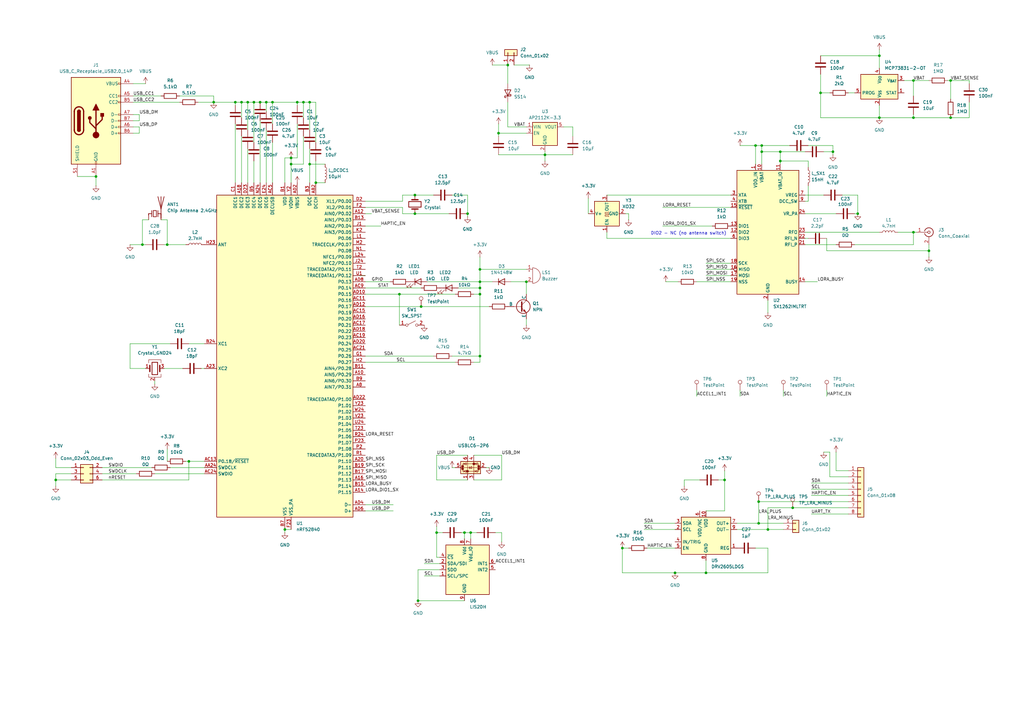
<source format=kicad_sch>
(kicad_sch (version 20250114) (generator "eeschema") (generator_version "9.0")
  (paper "A3")
  (title_block (title "Waypoint v2 - From BOM") (date "2026-01-29") (rev "1.0"))
  (text " DIO2 - NC (no antenna switch)" (at 281.94 95.758 0) (effects (font (size 1.27 1.27))))
  (junction (at 360.68 48.26))
  (junction (at 77.47 189.23))
  (junction (at 87.63 41.91))
  (junction (at 196.85 120.65))
  (junction (at 129.54 74.93))
  (junction (at 311.15 214.63))
  (junction (at 374.65 95.25))
  (junction (at 208.28 26.67))
  (junction (at 104.14 41.91))
  (junction (at 170.18 87.63))
  (junction (at 119.38 67.31))
  (junction (at 39.37 72.39))
  (junction (at 223.52 63.5))
  (junction (at 336.55 38.1))
  (junction (at 96.52 41.91))
  (junction (at 116.84 217.17))
  (junction (at 101.6 41.91))
  (junction (at 351.79 87.63))
  (junction (at 312.42 62.23))
  (junction (at 170.18 80.01))
  (junction (at 325.12 208.28))
  (junction (at 109.22 41.91))
  (junction (at 360.68 22.86))
  (junction (at 106.68 41.91))
  (junction (at 297.18 196.85))
  (junction (at 255.27 224.79))
  (junction (at 320.04 66.04))
  (junction (at 320.04 62.23))
  (junction (at 374.65 33.02))
  (junction (at 215.9 115.57))
  (junction (at 289.56 234.95))
  (junction (at 374.65 48.26))
  (junction (at 179.07 218.44))
  (junction (at 196.85 146.05))
  (junction (at 314.96 217.17))
  (junction (at 311.15 205.74))
  (junction (at 127 41.91))
  (junction (at 389.89 48.26))
  (junction (at 191.77 87.63))
  (junction (at 341.63 62.23))
  (junction (at 163.83 120.65))
  (junction (at 124.46 41.91))
  (junction (at 99.06 41.91))
  (junction (at 190.5 218.44))
  (junction (at 121.92 41.91))
  (junction (at 111.76 41.91))
  (junction (at 196.85 110.49))
  (junction (at 193.04 218.44))
  (junction (at 68.58 100.33))
  (junction (at 58.42 100.33))
  (junction (at 312.42 59.69))
  (junction (at 389.89 33.02))
  (junction (at 127 67.31))
  (junction (at 22.86 196.85))
  (junction (at 196.85 118.11))
  (junction (at 196.85 115.57))
  (junction (at 119.38 64.77))
  (junction (at 172.72 125.73))
  (junction (at 309.88 59.69))
  (junction (at 276.86 234.95))
  (junction (at 381 102.87))
  (junction (at 204.47 54.61))
  (junction (at 171.45 246.38))
  (wire (pts (xy 119.38 67.31) (xy 119.38 74.93)))
  (wire (pts (xy 187.96 118.11) (xy 196.85 118.11)))
  (wire (pts (xy 234.95 63.5) (xy 223.52 63.5)))
  (wire (pts (xy 285.75 115.57) (xy 299.72 115.57)))
  (wire (pts (xy 81.28 41.91) (xy 87.63 41.91)))
  (wire (pts (xy 191.77 196.85) (xy 179.07 196.85)))
  (wire (pts (xy 331.47 97.79) (xy 330.2 97.79)))
  (wire (pts (xy 116.84 218.44) (xy 116.84 217.17)))
  (wire (pts (xy 58.42 90.17) (xy 60.96 90.17)))
  (wire (pts (xy 336.55 22.86) (xy 360.68 22.86)))
  (wire (pts (xy 223.52 66.04) (xy 223.52 63.5)))
  (wire (pts (xy 191.77 87.63) (xy 191.77 88.9)))
  (wire (pts (xy 314.96 217.17) (xy 321.31 217.17)))
  (wire (pts (xy 186.69 120.65) (xy 163.83 120.65)))
  (wire (pts (xy 149.86 85.09) (xy 165.1 85.09)))
  (wire (pts (xy 127 41.91) (xy 129.54 41.91)))
  (wire (pts (xy 223.52 63.5) (xy 223.52 62.23)))
  (wire (pts (xy 129.54 58.42) (xy 129.54 41.91)))
  (wire (pts (xy 149.86 209.55) (xy 161.29 209.55)))
  (wire (pts (xy 31.75 72.39) (xy 39.37 72.39)))
  (wire (pts (xy 99.06 41.91) (xy 101.6 41.91)))
  (wire (pts (xy 87.63 39.37) (xy 87.63 41.91)))
  (wire (pts (xy 22.86 194.31) (xy 29.21 194.31)))
  (wire (pts (xy 185.42 80.01) (xy 191.77 80.01)))
  (wire (pts (xy 124.46 67.31) (xy 119.38 67.31)))
  (wire (pts (xy 149.86 207.01) (xy 161.29 207.01)))
  (wire (pts (xy 397.51 34.29) (xy 397.51 33.02)))
  (wire (pts (xy 337.82 80.01) (xy 330.2 80.01)))
  (wire (pts (xy 41.91 194.31) (xy 55.88 194.31)))
  (wire (pts (xy 248.92 97.79) (xy 299.72 97.79)))
  (wire (pts (xy 345.44 80.01) (xy 351.79 80.01)))
  (wire (pts (xy 255.27 234.95) (xy 255.27 224.79)))
  (wire (pts (xy 255.27 224.79) (xy 257.81 224.79)))
  (wire (pts (xy 179.07 196.85) (xy 179.07 186.69)))
  (wire (pts (xy 68.58 100.33) (xy 76.2 100.33)))
  (wire (pts (xy 208.28 26.67) (xy 208.28 34.29)))
  (wire (pts (xy 173.99 236.22) (xy 180.34 236.22)))
  (wire (pts (xy 265.43 224.79) (xy 276.86 224.79)))
  (wire (pts (xy 311.15 205.74) (xy 311.15 214.63)))
  (wire (pts (xy 179.07 186.69) (xy 191.77 186.69)))
  (wire (pts (xy 201.93 26.67) (xy 208.28 26.67)))
  (wire (pts (xy 54.61 39.37) (xy 66.04 39.37)))
  (wire (pts (xy 171.45 246.38) (xy 190.5 246.38)))
  (wire (pts (xy 347.98 38.1) (xy 350.52 38.1)))
  (wire (pts (xy 63.5 156.21) (xy 63.5 157.48)))
  (wire (pts (xy 63.5 194.31) (xy 83.82 194.31)))
  (wire (pts (xy 241.3 81.28) (xy 241.3 87.63)))
  (wire (pts (xy 127 53.34) (xy 127 41.91)))
  (wire (pts (xy 339.09 162.56) (xy 339.09 160.02)))
  (wire (pts (xy 179.07 215.9) (xy 179.07 218.44)))
  (wire (pts (xy 297.18 193.04) (xy 297.18 196.85)))
  (wire (pts (xy 325.12 208.28) (xy 347.98 208.28)))
  (wire (pts (xy 374.65 33.02) (xy 370.84 33.02)))
  (wire (pts (xy 248.92 95.25) (xy 248.92 97.79)))
  (wire (pts (xy 196.85 110.49) (xy 196.85 115.57)))
  (wire (pts (xy 104.14 66.04) (xy 104.14 74.93)))
  (wire (pts (xy 172.72 125.73) (xy 149.86 125.73)))
  (wire (pts (xy 320.04 66.04) (xy 320.04 67.31)))
  (wire (pts (xy 204.47 54.61) (xy 204.47 55.88)))
  (wire (pts (xy 171.45 233.68) (xy 171.45 246.38)))
  (wire (pts (xy 172.72 118.11) (xy 149.86 118.11)))
  (wire (pts (xy 69.85 191.77) (xy 83.82 191.77)))
  (wire (pts (xy 388.62 33.02) (xy 389.89 33.02)))
  (wire (pts (xy 335.28 115.57) (xy 330.2 115.57)))
  (wire (pts (xy 165.1 82.55) (xy 149.86 82.55)))
  (wire (pts (xy 331.47 59.69) (xy 341.63 59.69)))
  (wire (pts (xy 149.86 92.71) (xy 156.21 92.71)))
  (wire (pts (xy 314.96 123.19) (xy 314.96 128.27)))
  (wire (pts (xy 330.2 95.25) (xy 360.68 95.25)))
  (wire (pts (xy 368.3 95.25) (xy 374.65 95.25)))
  (wire (pts (xy 217.17 26.67) (xy 210.82 26.67)))
  (wire (pts (xy 196.85 115.57) (xy 196.85 118.11)))
  (wire (pts (xy 340.36 185.42) (xy 337.82 185.42)))
  (wire (pts (xy 119.38 64.77) (xy 119.38 67.31)))
  (wire (pts (xy 205.74 222.25) (xy 205.74 218.44)))
  (wire (pts (xy 193.04 218.44) (xy 193.04 220.98)))
  (wire (pts (xy 116.84 64.77) (xy 116.84 74.93)))
  (wire (pts (xy 175.26 115.57) (xy 196.85 115.57)))
  (wire (pts (xy 109.22 53.34) (xy 109.22 74.93)))
  (wire (pts (xy 297.18 196.85) (xy 297.18 209.55)))
  (wire (pts (xy 321.31 160.02) (xy 321.31 162.56)))
  (wire (pts (xy 124.46 55.88) (xy 124.46 67.31)))
  (wire (pts (xy 374.65 48.26) (xy 389.89 48.26)))
  (wire (pts (xy 57.15 54.61) (xy 54.61 54.61)))
  (wire (pts (xy 289.56 107.95) (xy 299.72 107.95)))
  (wire (pts (xy 196.85 105.41) (xy 196.85 110.49)))
  (wire (pts (xy 312.42 59.69) (xy 309.88 59.69)))
  (wire (pts (xy 77.47 189.23) (xy 83.82 189.23)))
  (wire (pts (xy 194.31 120.65) (xy 196.85 120.65)))
  (wire (pts (xy 149.86 146.05) (xy 177.8 146.05)))
  (wire (pts (xy 121.92 41.91) (xy 124.46 41.91)))
  (wire (pts (xy 58.42 90.17) (xy 58.42 100.33)))
  (wire (pts (xy 22.86 191.77) (xy 29.21 191.77)))
  (wire (pts (xy 320.04 62.23) (xy 330.2 62.23)))
  (wire (pts (xy 374.65 39.37) (xy 374.65 33.02)))
  (wire (pts (xy 332.74 210.82) (xy 347.98 210.82)))
  (wire (pts (xy 179.07 218.44) (xy 179.07 228.6)))
  (wire (pts (xy 289.56 234.95) (xy 276.86 234.95)))
  (wire (pts (xy 381 105.41) (xy 381 102.87)))
  (wire (pts (xy 397.51 33.02) (xy 389.89 33.02)))
  (wire (pts (xy 22.86 187.96) (xy 22.86 191.77)))
  (wire (pts (xy 57.15 52.07) (xy 54.61 52.07)))
  (wire (pts (xy 374.65 46.99) (xy 374.65 48.26)))
  (wire (pts (xy 215.9 115.57) (xy 215.9 120.65)))
  (wire (pts (xy 374.65 33.02) (xy 381 33.02)))
  (wire (pts (xy 189.23 218.44) (xy 190.5 218.44)))
  (wire (pts (xy 165.1 87.63) (xy 170.18 87.63)))
  (wire (pts (xy 314.96 208.28) (xy 325.12 208.28)))
  (wire (pts (xy 201.93 115.57) (xy 196.85 115.57)))
  (wire (pts (xy 248.92 80.01) (xy 299.72 80.01)))
  (wire (pts (xy 191.77 80.01) (xy 191.77 87.63)))
  (wire (pts (xy 289.56 113.03) (xy 299.72 113.03)))
  (wire (pts (xy 297.18 209.55) (xy 289.56 209.55)))
  (wire (pts (xy 276.86 234.95) (xy 255.27 234.95)))
  (wire (pts (xy 257.81 87.63) (xy 256.54 87.63)))
  (wire (pts (xy 185.42 191.77) (xy 186.69 191.77)))
  (wire (pts (xy 303.53 59.69) (xy 309.88 59.69)))
  (wire (pts (xy 116.84 217.17) (xy 119.38 217.17)))
  (wire (pts (xy 67.31 100.33) (xy 68.58 100.33)))
  (wire (pts (xy 111.76 41.91) (xy 121.92 41.91)))
  (wire (pts (xy 184.15 87.63) (xy 170.18 87.63)))
  (wire (pts (xy 104.14 41.91) (xy 106.68 41.91)))
  (wire (pts (xy 68.58 90.17) (xy 68.58 100.33)))
  (wire (pts (xy 165.1 85.09) (xy 165.1 87.63)))
  (wire (pts (xy 320.04 62.23) (xy 320.04 66.04)))
  (wire (pts (xy 104.14 41.91) (xy 104.14 58.42)))
  (wire (pts (xy 96.52 50.8) (xy 96.52 74.93)))
  (wire (pts (xy 303.53 160.02) (xy 303.53 162.56)))
  (wire (pts (xy 149.86 148.59) (xy 186.69 148.59)))
  (wire (pts (xy 163.83 120.65) (xy 149.86 120.65)))
  (wire (pts (xy 99.06 55.88) (xy 99.06 74.93)))
  (wire (pts (xy 22.86 199.39) (xy 22.86 196.85)))
  (wire (pts (xy 204.47 63.5) (xy 223.52 63.5)))
  (wire (pts (xy 360.68 48.26) (xy 374.65 48.26)))
  (wire (pts (xy 82.55 151.13) (xy 83.82 151.13)))
  (wire (pts (xy 73.66 39.37) (xy 87.63 39.37)))
  (wire (pts (xy 350.52 100.33) (xy 374.65 100.33)))
  (wire (pts (xy 57.15 49.53) (xy 57.15 46.99)))
  (wire (pts (xy 332.74 200.66) (xy 347.98 200.66)))
  (wire (pts (xy 67.31 151.13) (xy 74.93 151.13)))
  (wire (pts (xy 53.34 100.33) (xy 58.42 100.33)))
  (wire (pts (xy 347.98 193.04) (xy 342.9 193.04)))
  (wire (pts (xy 337.82 62.23) (xy 341.63 62.23)))
  (wire (pts (xy 196.85 148.59) (xy 194.31 148.59)))
  (wire (pts (xy 311.15 214.63) (xy 321.31 214.63)))
  (wire (pts (xy 111.76 58.42) (xy 111.76 74.93)))
  (wire (pts (xy 121.92 64.77) (xy 119.38 64.77)))
  (wire (pts (xy 195.58 218.44) (xy 193.04 218.44)))
  (wire (pts (xy 234.95 55.88) (xy 234.95 52.07)))
  (wire (pts (xy 127 60.96) (xy 127 67.31)))
  (wire (pts (xy 196.85 120.65) (xy 196.85 146.05)))
  (wire (pts (xy 66.04 90.17) (xy 68.58 90.17)))
  (wire (pts (xy 342.9 87.63) (xy 330.2 87.63)))
  (wire (pts (xy 271.78 85.09) (xy 299.72 85.09)))
  (wire (pts (xy 332.74 198.12) (xy 347.98 198.12)))
  (wire (pts (xy 121.92 41.91) (xy 121.92 43.18)))
  (wire (pts (xy 41.91 191.77) (xy 62.23 191.77)))
  (wire (pts (xy 101.6 60.96) (xy 101.6 74.93)))
  (wire (pts (xy 331.47 82.55) (xy 330.2 82.55)))
  (wire (pts (xy 101.6 41.91) (xy 104.14 41.91)))
  (wire (pts (xy 76.2 189.23) (xy 77.47 189.23)))
  (wire (pts (xy 312.42 59.69) (xy 312.42 62.23)))
  (wire (pts (xy 96.52 41.91) (xy 99.06 41.91)))
  (wire (pts (xy 312.42 62.23) (xy 312.42 67.31)))
  (wire (pts (xy 204.47 54.61) (xy 215.9 54.61)))
  (wire (pts (xy 208.28 41.91) (xy 208.28 52.07)))
  (wire (pts (xy 339.09 102.87) (xy 381 102.87)))
  (wire (pts (xy 302.26 217.17) (xy 314.96 217.17)))
  (wire (pts (xy 160.02 115.57) (xy 149.86 115.57)))
  (wire (pts (xy 124.46 41.91) (xy 124.46 48.26)))
  (wire (pts (xy 54.61 41.91) (xy 73.66 41.91)))
  (wire (pts (xy 280.67 199.39) (xy 280.67 196.85)))
  (wire (pts (xy 215.9 110.49) (xy 196.85 110.49)))
  (wire (pts (xy 311.15 214.63) (xy 302.26 214.63)))
  (wire (pts (xy 41.91 196.85) (xy 77.47 196.85)))
  (wire (pts (xy 53.34 151.13) (xy 53.34 140.97)))
  (wire (pts (xy 257.81 90.17) (xy 257.81 87.63)))
  (wire (pts (xy 351.79 80.01) (xy 351.79 87.63)))
  (wire (pts (xy 109.22 41.91) (xy 109.22 45.72)))
  (wire (pts (xy 285.75 160.02) (xy 285.75 162.56)))
  (wire (pts (xy 215.9 130.81) (xy 215.9 133.35)))
  (wire (pts (xy 209.55 115.57) (xy 215.9 115.57)))
  (wire (pts (xy 311.15 205.74) (xy 347.98 205.74)))
  (wire (pts (xy 339.09 97.79) (xy 339.09 102.87)))
  (wire (pts (xy 323.85 59.69) (xy 312.42 59.69)))
  (wire (pts (xy 173.99 231.14) (xy 180.34 231.14)))
  (wire (pts (xy 320.04 62.23) (xy 312.42 62.23)))
  (wire (pts (xy 119.38 64.77) (xy 116.84 64.77)))
  (wire (pts (xy 336.55 38.1) (xy 340.36 38.1)))
  (wire (pts (xy 331.47 66.04) (xy 320.04 66.04)))
  (wire (pts (xy 163.83 120.65) (xy 163.83 133.35)))
  (wire (pts (xy 397.51 41.91) (xy 397.51 48.26)))
  (wire (pts (xy 234.95 52.07) (xy 231.14 52.07)))
  (wire (pts (xy 331.47 76.2) (xy 331.47 82.55)))
  (wire (pts (xy 87.63 41.91) (xy 96.52 41.91)))
  (wire (pts (xy 205.74 218.44) (xy 203.2 218.44)))
  (wire (pts (xy 273.05 115.57) (xy 278.13 115.57)))
  (wire (pts (xy 330.2 100.33) (xy 342.9 100.33)))
  (wire (pts (xy 179.07 218.44) (xy 181.61 218.44)))
  (wire (pts (xy 152.4 87.63) (xy 149.86 87.63)))
  (wire (pts (xy 297.18 196.85) (xy 294.64 196.85)))
  (wire (pts (xy 196.85 118.11) (xy 196.85 120.65)))
  (wire (pts (xy 77.47 189.23) (xy 77.47 196.85)))
  (wire (pts (xy 68.58 184.15) (xy 68.58 189.23)))
  (wire (pts (xy 127 67.31) (xy 127 74.93)))
  (wire (pts (xy 264.16 214.63) (xy 276.86 214.63)))
  (wire (pts (xy 190.5 220.98) (xy 190.5 218.44)))
  (wire (pts (xy 59.69 151.13) (xy 53.34 151.13)))
  (wire (pts (xy 292.1 92.71) (xy 271.78 92.71)))
  (wire (pts (xy 77.47 140.97) (xy 83.82 140.97)))
  (wire (pts (xy 264.16 217.17) (xy 276.86 217.17)))
  (wire (pts (xy 129.54 66.04) (xy 129.54 74.93)))
  (wire (pts (xy 289.56 110.49) (xy 299.72 110.49)))
  (wire (pts (xy 121.92 50.8) (xy 121.92 64.77)))
  (wire (pts (xy 280.67 196.85) (xy 287.02 196.85)))
  (wire (pts (xy 106.68 49.53) (xy 106.68 74.93)))
  (wire (pts (xy 185.42 146.05) (xy 196.85 146.05)))
  (wire (pts (xy 172.72 125.73) (xy 200.66 125.73)))
  (wire (pts (xy 147.32 113.03) (xy 149.86 113.03)))
  (wire (pts (xy 350.52 87.63) (xy 351.79 87.63)))
  (wire (pts (xy 331.47 68.58) (xy 331.47 66.04)))
  (wire (pts (xy 194.31 186.69) (xy 205.74 186.69)))
  (wire (pts (xy 205.74 196.85) (xy 205.74 186.69)))
  (wire (pts (xy 200.66 191.77) (xy 199.39 191.77)))
  (wire (pts (xy 375.92 95.25) (xy 374.65 95.25)))
  (wire (pts (xy 309.88 224.79) (xy 314.96 224.79)))
  (wire (pts (xy 101.6 41.91) (xy 101.6 53.34)))
  (wire (pts (xy 180.34 233.68) (xy 171.45 233.68)))
  (wire (pts (xy 59.69 34.29) (xy 54.61 34.29)))
  (wire (pts (xy 360.68 43.18) (xy 360.68 48.26)))
  (wire (pts (xy 340.36 195.58) (xy 347.98 195.58)))
  (wire (pts (xy 208.28 52.07) (xy 215.9 52.07)))
  (wire (pts (xy 314.96 234.95) (xy 289.56 234.95)))
  (wire (pts (xy 57.15 49.53) (xy 54.61 49.53)))
  (wire (pts (xy 340.36 185.42) (xy 340.36 195.58)))
  (wire (pts (xy 389.89 48.26) (xy 397.51 48.26)))
  (wire (pts (xy 341.63 59.69) (xy 341.63 62.23)))
  (wire (pts (xy 336.55 30.48) (xy 336.55 38.1)))
  (wire (pts (xy 57.15 46.99) (xy 54.61 46.99)))
  (wire (pts (xy 124.46 41.91) (xy 127 41.91)))
  (wire (pts (xy 165.1 80.01) (xy 170.18 80.01)))
  (wire (pts (xy 109.22 41.91) (xy 111.76 41.91)))
  (wire (pts (xy 389.89 33.02) (xy 389.89 40.64)))
  (wire (pts (xy 360.68 20.32) (xy 360.68 22.86)))
  (wire (pts (xy 58.42 100.33) (xy 59.69 100.33)))
  (wire (pts (xy 111.76 50.8) (xy 111.76 41.91)))
  (wire (pts (xy 133.35 67.31) (xy 127 67.31)))
  (wire (pts (xy 39.37 72.39) (xy 39.37 76.2)))
  (wire (pts (xy 196.85 146.05) (xy 196.85 148.59)))
  (wire (pts (xy 22.86 196.85) (xy 22.86 194.31)))
  (wire (pts (xy 170.18 80.01) (xy 177.8 80.01)))
  (wire (pts (xy 106.68 41.91) (xy 109.22 41.91)))
  (wire (pts (xy 342.9 193.04) (xy 342.9 185.42)))
  (wire (pts (xy 360.68 22.86) (xy 360.68 27.94)))
  (wire (pts (xy 204.47 50.8) (xy 204.47 54.61)))
  (wire (pts (xy 133.35 74.93) (xy 129.54 74.93)))
  (wire (pts (xy 374.65 100.33) (xy 374.65 95.25)))
  (wire (pts (xy 336.55 48.26) (xy 360.68 48.26)))
  (wire (pts (xy 289.56 234.95) (xy 289.56 229.87)))
  (wire (pts (xy 332.74 203.2) (xy 347.98 203.2)))
  (wire (pts (xy 314.96 224.79) (xy 314.96 234.95)))
  (wire (pts (xy 96.52 43.18) (xy 96.52 41.91)))
  (wire (pts (xy 381 100.33) (xy 381 102.87)))
  (wire (pts (xy 336.55 38.1) (xy 336.55 48.26)))
  (wire (pts (xy 165.1 82.55) (xy 165.1 80.01)))
  (wire (pts (xy 179.07 228.6) (xy 180.34 228.6)))
  (wire (pts (xy 22.86 196.85) (xy 29.21 196.85)))
  (wire (pts (xy 205.74 196.85) (xy 194.31 196.85)))
  (wire (pts (xy 99.06 48.26) (xy 99.06 41.91)))
  (wire (pts (xy 314.96 208.28) (xy 314.96 217.17)))
  (wire (pts (xy 190.5 218.44) (xy 193.04 218.44)))
  (wire (pts (xy 57.15 52.07) (xy 57.15 54.61)))
  (wire (pts (xy 53.34 140.97) (xy 69.85 140.97)))
  (wire (pts (xy 309.88 59.69) (xy 309.88 67.31)))
  (wire (pts (xy 341.63 62.23) (xy 341.63 63.5)))
  (label "SDA" (at 303.53 162.56 0))
  (label "SWDCLK" (at 44.45 194.31 0))
  (label "ACCEL1_INT1" (at 285.75 162.56 0))
  (label "USB_DM" (at 57.15 46.99 0))
  (label "USB_DP" (at 152.4 209.55 0))
  (label "SPI_MOSI" (at 149.86 194.31 0))
  (label "SPI_MOSI" (at 289.56 113.03 0))
  (label "USB_DP" (at 57.15 52.07 0))
  (label "SCL" (at 173.99 236.22 0))
  (label "SPI_SCK" (at 289.56 107.95 0))
  (label "USB_CC2" (at 54.61 41.91 0))
  (label "LORA_RESET" (at 149.86 179.07 0))
  (label "USB_DM" (at 205.74 186.69 0))
  (label "SCL" (at 321.31 162.56 0))
  (label "SPI_NSS" (at 149.86 189.23 0))
  (label "LORA_BUSY" (at 149.86 199.39 0))
  (label "VBAT_SENSE" (at 152.4 87.63 0))
  (label "SDA" (at 332.74 198.12 0))
  (label "HAPTIC_EN" (at 265.43 224.79 0))
  (label "SPI_SCK" (at 149.86 191.77 0))
  (label "LORA_BUSY" (at 335.28 115.57 0))
  (label "LRA_MINUS" (at 314.96 213.36 0))
  (label "USB_DP" (at 179.07 186.69 0))
  (label "LORA_DIO1_SX" (at 271.78 92.71 0))
  (label "USB_CC1" (at 54.61 39.37 0))
  (label "HAPTIC_EN" (at 332.74 203.2 0))
  (label "SWDIO" (at 44.45 191.77 0))
  (label "HAPTIC_EN" (at 156.21 92.71 0))
  (label "SDA" (at 264.16 214.63 0))
  (label "nRESET" (at 44.45 196.85 0))
  (label "VBAT" (at 374.65 33.02 0))
  (label "UART_TX" (at 332.74 210.82 0))
  (label "LORA_DIO1_SX" (at 149.86 201.93 0))
  (label "ACCEL1_INT1" (at 203.2 231.14 0))
  (label "VBAT_SENSE" (at 389.89 33.02 0))
  (label "SCL" (at 162.56 148.59 0))
  (label "SCL" (at 332.74 200.66 0))
  (label "USB_DM" (at 152.4 207.01 0))
  (label "SPI_MISO" (at 149.86 196.85 0))
  (label "SDA" (at 173.99 231.14 0))
  (label "STAT" (at 154.94 118.11 0))
  (label "SPI_NSS" (at 289.56 115.57 0))
  (label "SPI_MISO" (at 289.56 110.49 0))
  (label "LRA_PLUS" (at 311.15 210.82 0))
  (label "SCL" (at 264.16 217.17 0))
  (label "GPIO" (at 152.4 115.57 0))
  (label "VBAT" (at 210.82 52.07 0))
  (label "HAPTIC_EN" (at 339.09 162.56 0))
  (label "LORA_RESET" (at 271.78 85.09 0))
  (label "SDA" (at 157.48 146.05 0))
  (symbol (lib_id "Device:L") (at 133.35 71.12 0) (unit 1)
    (property "Reference" "L_DCDC1" (at 134.62 69.8499 0) (effects (justify left)))
    (property "Value" "10µH" (at 134.62 72.3899 0) (effects (justify left)))
    (property "Footprint" "Inductor_SMD:L_0805_2012Metric_Pad1.05x1.20mm_HandSolder" (effects (hide yes)))
    (property "Description" "Inductor" (effects (hide yes)))
  )
  (symbol (lib_id "Device:L") (at 364.49 95.25 90) (unit 1)
    (property "Reference" "L1" (at 364.49 90.17 90))
    (property "Value" "4.7nH" (at 364.49 92.71 90))
    (property "Footprint" "Inductor_SMD:L_0402_1005Metric" (effects (hide yes)))
    (property "Description" "Inductor" (effects (hide yes)))
  )
  (symbol (lib_id "Device:R") (at 295.91 92.71 90) (unit 1)
    (property "Reference" "R12" (at 295.91 86.36 90))
    (property "Value" "1kΩ" (at 295.91 88.9 90))
    (property "Footprint" "Resistor_SMD:R_0402_1005Metric_Pad0.72x0.64mm_HandSolder" (effects (hide yes)))
    (property "Description" "Resistor" (effects (hide yes)))
  )
  (symbol (lib_id "Connector_Generic:Conn_01x02") (at 208.28 21.59 90) (unit 1)
    (property "Reference" "J2" (at 213.36 20.3199 90) (effects (justify right)))
    (property "Value" "Conn_01x02" (at 213.36 22.8599 90) (effects (justify right)))
    (property "Footprint" "Connector_JST:JST_PH_B2B-PH-K_1x02_P2.00mm_Vertical" (effects (hide yes)))
    (property "Description" "Generic connector, single row, 01x02, script generated (kicad-library-utils/schlib/autogen/connector/)" (effects (hide yes)))
  )
  (symbol (lib_id "Device:R") (at 77.47 41.91 90) (unit 1)
    (property "Reference" "R7" (at 77.47 35.56 90))
    (property "Value" "5.1kΩ" (at 77.47 38.1 90))
    (property "Footprint" "Resistor_SMD:R_0603_1608Metric_Pad0.98x0.95mm_HandSolder" (effects (hide yes)))
    (property "Description" "Resistor" (effects (hide yes)))
  )
  (symbol (lib_id "Device:R") (at 190.5 120.65 90) (unit 1)
    (property "Reference" "R4" (at 190.5 114.3 90))
    (property "Value" "10kΩ" (at 190.5 116.84 90))
    (property "Footprint" "Resistor_SMD:R_0402_1005Metric_Pad0.72x0.64mm_HandSolder" (effects (hide yes)))
    (property "Description" "Resistor" (effects (hide yes)))
  )
  (symbol (lib_id "Device:Crystal") (at 170.18 83.82 90) (unit 1)
    (property "Reference" "Y2" (at 173.99 82.5499 90) (effects (justify right)))
    (property "Value" "Crystal" (at 173.99 85.0899 90) (effects (justify right)))
    (property "Footprint" "Crystal:Crystal_SMD_3215-2Pin_3.2x1.5mm" (effects (hide yes)))
    (property "Description" "Two pin crystal" (effects (hide yes)))
  )
  (symbol (lib_id "Simulation_SPICE:NPN") (at 213.36 125.73 0) (unit 1)
    (property "Reference" "Q1" (at 218.44 124.4599 0) (effects (justify left)))
    (property "Value" "NPN" (at 218.44 126.9999 0) (effects (justify left)))
    (property "Footprint" "Package_TO_SOT_SMD:SOT-23" (effects (hide yes)))
    (property "Datasheet" "https://ngspice.sourceforge.io/docs/ngspice-html-manual/manual.xhtml#cha_BJTs" (effects (hide yes)))
    (property "Description" "Bipolar transistor symbol for simulation only, substrate tied to the emitter" (effects (hide yes)))
    (property "Sim.Device" "NPN" (effects (hide yes)))
    (property "Sim.Type" "GUMMELPOON" (effects (hide yes)))
    (property "Sim.Pins" "1=C 2=B 3=E" (effects (hide yes)))
  )
  (symbol (lib_id "Battery_Management:MCP73831-2-OT") (at 360.68 35.56 0) (unit 1)
    (property "Reference" "U4" (at 362.8233 25.4 0) (effects (justify left)))
    (property "Value" "MCP73831-2-OT" (at 362.8233 27.94 0) (effects (justify left)))
    (property "Footprint" "Package_TO_SOT_SMD:SOT-23-5" (effects (hide yes)))
    (property "Datasheet" "http://ww1.microchip.com/downloads/en/DeviceDoc/20001984g.pdf" (effects (hide yes)))
    (property "Description" "Single cell, Li-Ion/Li-Po charge management controller, 4.20V, Tri-State Status Output, in SOT23-5 package" (effects (hide yes)))
  )
  (symbol (lib_id "power:+3.3V") (at 303.53 59.69 0) (unit 1)
    (property "Reference" "#PWR023" (effects (hide yes)))
    (property "Value" "+3.3V" (at 303.53 54.61 0))
    (property "Description" "Power symbol creates a global label with name \"+3.3V\"" (effects (hide yes)))
  )
  (symbol (lib_id "Device:LED") (at 184.15 118.11 0) (unit 1)
    (property "Reference" "LED2" (at 182.5625 111.76 0))
    (property "Value" "LED" (at 182.5625 114.3 0))
    (property "Footprint" "LED_SMD:LED_0805_2012Metric" (effects (hide yes)))
    (property "Description" "Light emitting diode" (effects (hide yes)))
    (property "Sim.Pins" "1=K 2=A" (effects (hide yes)))
  )
  (symbol (lib_id "Device:R") (at 344.17 38.1 90) (unit 1)
    (property "Reference" "R1" (at 344.17 31.75 90))
    (property "Value" "2kΩ" (at 344.17 34.29 90))
    (property "Footprint" "Resistor_SMD:R_0402_1005Metric_Pad0.72x0.64mm_HandSolder" (effects (hide yes)))
    (property "Description" "Resistor" (effects (hide yes)))
  )
  (symbol (lib_id "Device:C") (at 63.5 100.33 90) (unit 1)
    (property "Reference" "C28" (at 63.5 92.71 90))
    (property "Value" "1.0pF" (at 63.5 95.25 90))
    (property "Footprint" "Capacitor_SMD:C_0402_1005Metric_Pad0.74x0.62mm_HandSolder" (effects (hide yes)))
    (property "Description" "Unpolarized capacitor" (effects (hide yes)))
  )
  (symbol (lib_id "power:GND") (at 191.77 88.9 0) (unit 1)
    (property "Reference" "#PWR03" (effects (hide yes)))
    (property "Value" "GND" (at 191.77 93.98 0))
    (property "Description" "Power symbol creates a global label with name \"GND\" , ground" (effects (hide yes)))
  )
  (symbol (lib_id "Diode:1N4148W") (at 205.74 115.57 0) (unit 1)
    (property "Reference" "D3" (at 205.74 109.22 0))
    (property "Value" "1N4148W" (at 205.74 111.76 0))
    (property "Footprint" "Diode_SMD:D_SOD-123" (effects (hide yes)))
    (property "Datasheet" "https://www.vishay.com/docs/85748/1n4148w.pdf" (effects (hide yes)))
    (property "Description" "75V 0.15A Fast Switching Diode, SOD-123" (effects (hide yes)))
    (property "Sim.Device" "D" (effects (hide yes)))
    (property "Sim.Pins" "1=K 2=A" (effects (hide yes)))
  )
  (symbol (lib_id "power:GND") (at 39.37 76.2 0) (unit 1)
    (property "Reference" "#PWR030" (effects (hide yes)))
    (property "Value" "GND" (at 39.37 81.28 0))
    (property "Description" "Power symbol creates a global label with name \"GND\" , ground" (effects (hide yes)))
  )
  (symbol (lib_id "power:GND") (at 341.63 63.5 0) (unit 1)
    (property "Reference" "#PWR035" (effects (hide yes)))
    (property "Value" "GND" (at 341.63 68.58 0))
    (property "Description" "Power symbol creates a global label with name \"GND\" , ground" (effects (hide yes)))
  )
  (symbol (lib_id "Connector:TestPoint") (at 339.09 160.02 0) (unit 1)
    (property "Reference" "TP1" (at 341.63 155.4479 0) (effects (justify left)))
    (property "Value" "TestPoint" (at 341.63 157.9879 0) (effects (justify left)))
    (property "Footprint" "TestPoint:TestPoint_Pad_D1.0mm" (effects (hide yes)))
    (property "Description" "test point" (effects (hide yes)))
  )
  (symbol (lib_id "Device:C") (at 106.68 45.72 0) (unit 1)
    (property "Reference" "C24" (at 110.49 44.4499 0) (effects (justify left)))
    (property "Value" "100nF" (at 110.49 46.9899 0) (effects (justify left)))
    (property "Footprint" "Capacitor_SMD:C_0402_1005Metric_Pad0.74x0.62mm_HandSolder" (effects (hide yes)))
    (property "Description" "Unpolarized capacitor" (effects (hide yes)))
  )
  (symbol (lib_id "power:VBUS") (at 121.92 74.93 0) (unit 1)
    (property "Reference" "#PWR040" (effects (hide yes)))
    (property "Value" "VBUS" (at 121.92 69.85 0))
    (property "Description" "Power symbol creates a global label with name \"VBUS\"" (effects (hide yes)))
  )
  (symbol (lib_id "power:GND") (at 351.79 87.63 0) (unit 1)
    (property "Reference" "#PWR025" (effects (hide yes)))
    (property "Value" "GND" (at 351.79 92.71 0))
    (property "Description" "Power symbol creates a global label with name \"GND\" , ground" (effects (hide yes)))
  )
  (symbol (lib_id "power:+3.3V") (at 68.58 184.15 0) (unit 1)
    (property "Reference" "#PWR07" (effects (hide yes)))
    (property "Value" "+3.3V" (at 68.58 179.07 0))
    (property "Description" "Power symbol creates a global label with name \"+3.3V\"" (effects (hide yes)))
  )
  (symbol (lib_id "Device:C") (at 109.22 49.53 0) (unit 1)
    (property "Reference" "C25" (at 113.03 48.2599 0) (effects (justify left)))
    (property "Value" "100nF" (at 113.03 50.7999 0) (effects (justify left)))
    (property "Footprint" "Capacitor_SMD:C_0402_1005Metric_Pad0.74x0.62mm_HandSolder" (effects (hide yes)))
    (property "Description" "Unpolarized capacitor" (effects (hide yes)))
  )
  (symbol (lib_id "Device:C") (at 96.52 46.99 0) (unit 1)
    (property "Reference" "C5" (at 100.33 45.7199 0) (effects (justify left)))
    (property "Value" "100nF" (at 100.33 48.2599 0) (effects (justify left)))
    (property "Footprint" "Capacitor_SMD:C_0402_1005Metric_Pad0.74x0.62mm_HandSolder" (effects (hide yes)))
    (property "Description" "Unpolarized capacitor" (effects (hide yes)))
  )
  (symbol (lib_id "Device:C") (at 127 57.15 0) (unit 1)
    (property "Reference" "C3" (at 130.81 55.8799 0) (effects (justify left)))
    (property "Value" "10uF" (at 130.81 58.4199 0) (effects (justify left)))
    (property "Footprint" "Capacitor_SMD:C_0805_2012Metric_Pad1.18x1.45mm_HandSolder" (effects (hide yes)))
    (property "Description" "Unpolarized capacitor" (effects (hide yes)))
  )
  (symbol (lib_id "RF:SX1262IMLTRT") (at 314.96 95.25 0) (unit 1)
    (property "Reference" "U2" (at 317.1033 123.19 0) (effects (justify left)))
    (property "Value" "SX1262IMLTRT" (at 317.1033 125.73 0) (effects (justify left)))
    (property "Footprint" "Package_DFN_QFN:QFN-24-1EP_4x4mm_P0.5mm_EP2.6x2.6mm" (effects (hide yes)))
    (property "Datasheet" "https://semtech.file.force.com/sfc/dist/version/download/?oid=00DE0000000JelG&ids=0682R00000IjPWSQA3&d=%2Fa%2F2R000000Un7F%2FyT.fKdAr9ZAo3cJLc4F2cBdUsMftpT2vsOICP7NmvMo" (effects (hide yes)))
    (property "Description" "150 MHz to 960 MHz Low Power Long Range Transceiver, 22dBm output power, spreading factor from 5 to 12, LoRA, QFN-24" (effects (hide yes)))
  )
  (symbol (lib_id "power:+3.3V") (at 204.47 50.8 0) (unit 1)
    (property "Reference" "#PWR028" (effects (hide yes)))
    (property "Value" "+3.3V" (at 204.47 45.72 0))
    (property "Description" "Power symbol creates a global label with name \"+3.3V\"" (effects (hide yes)))
  )
  (symbol (lib_id "power:GND") (at 53.34 100.33 0) (unit 1)
    (property "Reference" "#PWR027" (effects (hide yes)))
    (property "Value" "GND" (at 53.34 105.41 0))
    (property "Description" "Power symbol creates a global label with name \"GND\" , ground" (effects (hide yes)))
  )
  (symbol (lib_id "power:GND") (at 87.63 41.91 0) (unit 1)
    (property "Reference" "#PWR01" (effects (hide yes)))
    (property "Value" "GND" (at 87.63 46.99 0))
    (property "Description" "Power symbol creates a global label with name \"GND\" , ground" (effects (hide yes)))
  )
  (symbol (lib_id "Device:C") (at 374.65 43.18 180) (unit 1)
    (property "Reference" "C19" (at 378.46 41.9099 0) (effects (justify right)))
    (property "Value" "10uF" (at 378.46 44.4499 0) (effects (justify right)))
    (property "Footprint" "Capacitor_SMD:C_0805_2012Metric_Pad1.18x1.45mm_HandSolder" (effects (hide yes)))
    (property "Description" "Unpolarized capacitor" (effects (hide yes)))
  )
  (symbol (lib_id "Device:Antenna_Chip") (at 63.5 87.63 0) (unit 1)
    (property "Reference" "ANT1" (at 68.58 83.8199 0) (effects (justify left)))
    (property "Value" "Chip Antenna 2.4GHz" (at 68.58 86.3599 0) (effects (justify left)))
    (property "Footprint" "Capacitor_SMD:C_1206_3216Metric_Pad1.33x1.80mm_HandSolder" (effects (hide yes)))
    (property "Description" "Ceramic chip antenna with pin for PCB trace" (effects (hide yes)))
  )
  (symbol (lib_id "Device:R") (at 72.39 189.23 90) (unit 1)
    (property "Reference" "R8" (at 72.39 182.88 90))
    (property "Value" "10kΩ" (at 72.39 185.42 90))
    (property "Footprint" "Resistor_SMD:R_0402_1005Metric_Pad0.72x0.64mm_HandSolder" (effects (hide yes)))
    (property "Description" "Resistor" (effects (hide yes)))
  )
  (symbol (lib_id "power:+3.3V") (at 196.85 105.41 0) (unit 1)
    (property "Reference" "#PWR05" (effects (hide yes)))
    (property "Value" "+3.3V" (at 196.85 100.33 0))
    (property "Description" "Power symbol creates a global label with name \"+3.3V\"" (effects (hide yes)))
  )
  (symbol (lib_id "Connector:TestPoint") (at 311.15 205.74 0) (unit 1)
    (property "Reference" "TP4" (at 313.69 201.1679 0) (effects (justify left)))
    (property "Value" "TP_LRA_PLUS" (at 313.69 203.7079 0) (effects (justify left)))
    (property "Footprint" "TestPoint:TestPoint_Pad_D1.0mm" (effects (hide yes)))
    (property "Description" "test point" (effects (hide yes)))
  )
  (symbol (lib_id "Device:R") (at 204.47 125.73 90) (unit 1)
    (property "Reference" "R11" (at 204.47 119.38 90))
    (property "Value" "1kΩ" (at 204.47 121.92 90))
    (property "Footprint" "Resistor_SMD:R_0402_1005Metric_Pad0.72x0.64mm_HandSolder" (effects (hide yes)))
    (property "Description" "Resistor" (effects (hide yes)))
  )
  (symbol (lib_id "Device:C") (at 73.66 140.97 90) (unit 1)
    (property "Reference" "C11" (at 73.66 133.35 90))
    (property "Value" "18pF" (at 73.66 135.89 90))
    (property "Footprint" "Capacitor_SMD:C_0402_1005Metric_Pad0.74x0.62mm_HandSolder" (effects (hide yes)))
    (property "Description" "Unpolarized capacitor" (effects (hide yes)))
  )
  (symbol (lib_id "Device:C") (at 341.63 80.01 90) (unit 1)
    (property "Reference" "C22" (at 341.63 72.39 90))
    (property "Value" "4.7uF" (at 341.63 74.93 90))
    (property "Footprint" "Capacitor_SMD:C_0603_1608Metric_Pad1.08x0.95mm_HandSolder" (effects (hide yes)))
    (property "Description" "Unpolarized capacitor" (effects (hide yes)))
  )
  (symbol (lib_id "Device:R") (at 163.83 115.57 90) (unit 1)
    (property "Reference" "R2" (at 163.83 109.22 90))
    (property "Value" "1kΩ" (at 163.83 111.76 90))
    (property "Footprint" "Resistor_SMD:R_0402_1005Metric_Pad0.72x0.64mm_HandSolder" (effects (hide yes)))
    (property "Description" "Resistor" (effects (hide yes)))
  )
  (symbol (lib_id "Device:C") (at 336.55 26.67 180) (unit 1)
    (property "Reference" "C18" (at 340.36 25.3999 0) (effects (justify right)))
    (property "Value" "100nF" (at 340.36 27.9399 0) (effects (justify right)))
    (property "Footprint" "Capacitor_SMD:C_0402_1005Metric_Pad0.74x0.62mm_HandSolder" (effects (hide yes)))
    (property "Description" "Unpolarized capacitor" (effects (hide yes)))
  )
  (symbol (lib_id "Connector_Generic:Conn_01x02") (at 326.39 214.63 0) (unit 1)
    (property "Reference" "J6" (at 328.93 214.6299 0) (effects (justify left)))
    (property "Value" "Conn_01x02" (at 328.93 217.1699 0) (effects (justify left)))
    (property "Footprint" "Connector_PinHeader_2.54mm:PinHeader_1x02_P2.54mm_Vertical" (effects (hide yes)))
    (property "Description" "Generic connector, single row, 01x02, script generated (kicad-library-utils/schlib/autogen/connector/)" (effects (hide yes)))
  )
  (symbol (lib_id "Driver_Haptic:DRV2605LDGS") (at 289.56 219.71 0) (unit 1)
    (property "Reference" "U5" (at 291.7033 229.87 0) (effects (justify left)))
    (property "Value" "DRV2605LDGS" (at 291.7033 232.41 0) (effects (justify left)))
    (property "Footprint" "Package_SO:VSSOP-10_3x3mm_P0.5mm" (effects (hide yes)))
    (property "Datasheet" "http://www.ti.com/lit/ds/symlink/drv2605l.pdf" (effects (hide yes)))
    (property "Description" "Haptic driver for LRAs and ERMs with effect library, 2-5.2V, VSSOP-10" (effects (hide yes)))
  )
  (symbol (lib_id "Switch:SW_SPST") (at 168.91 133.35 0) (unit 1)
    (property "Reference" "SW1" (at 168.91 127 0))
    (property "Value" "SW_SPST" (at 168.91 129.54 0))
    (property "Footprint" "Button_Switch_SMD:SW_SPST_Omron_B3FS-105xP" (effects (hide yes)))
    (property "Description" "Single Pole Single Throw (SPST) switch" (effects (hide yes)))
  )
  (symbol (lib_id "Device:R") (at 181.61 146.05 90) (unit 1)
    (property "Reference" "R15" (at 181.61 139.7 90))
    (property "Value" "4.7kΩ" (at 181.61 142.24 90))
    (property "Footprint" "Resistor_SMD:R_0402_1005Metric_Pad0.72x0.64mm_HandSolder" (effects (hide yes)))
    (property "Description" "Resistor" (effects (hide yes)))
  )
  (symbol (lib_id "Device:R") (at 66.04 191.77 90) (unit 1)
    (property "Reference" "R9" (at 66.04 185.42 90))
    (property "Value" "0Ω" (at 66.04 187.96 90))
    (property "Footprint" "Resistor_SMD:R_0402_1005Metric_Pad0.72x0.64mm_HandSolder" (effects (hide yes)))
    (property "Description" "Resistor" (effects (hide yes)))
  )
  (symbol (lib_id "power:GND") (at 215.9 133.35 0) (unit 1)
    (property "Reference" "#PWR014" (effects (hide yes)))
    (property "Value" "GND" (at 215.9 138.43 0))
    (property "Description" "Power symbol creates a global label with name \"GND\" , ground" (effects (hide yes)))
  )
  (symbol (lib_id "Device:C") (at 78.74 151.13 90) (unit 1)
    (property "Reference" "C12" (at 78.74 143.51 90))
    (property "Value" "18pF" (at 78.74 146.05 90))
    (property "Footprint" "Capacitor_SMD:C_0402_1005Metric_Pad0.74x0.62mm_HandSolder" (effects (hide yes)))
    (property "Description" "Unpolarized capacitor" (effects (hide yes)))
  )
  (symbol (lib_id "Device:C") (at 185.42 218.44 90) (unit 1)
    (property "Reference" "C29" (at 185.42 210.82 90))
    (property "Value" "10uF" (at 185.42 213.36 90))
    (property "Footprint" "Capacitor_SMD:C_0805_2012Metric_Pad1.18x1.45mm_HandSolder" (effects (hide yes)))
    (property "Description" "Unpolarized capacitor" (effects (hide yes)))
  )
  (symbol (lib_id "Device:C") (at 290.83 196.85 270) (unit 1)
    (property "Reference" "C20" (at 290.83 189.23 90))
    (property "Value" "100nF" (at 290.83 191.77 90))
    (property "Footprint" "Capacitor_SMD:C_0402_1005Metric_Pad0.74x0.62mm_HandSolder" (effects (hide yes)))
    (property "Description" "Unpolarized capacitor" (effects (hide yes)))
  )
  (symbol (lib_id "power:+3.3V") (at 22.86 187.96 0) (unit 1)
    (property "Reference" "#PWR017" (effects (hide yes)))
    (property "Value" "+3.3V" (at 22.86 182.88 0))
    (property "Description" "Power symbol creates a global label with name \"+3.3V\"" (effects (hide yes)))
  )
  (symbol (lib_id "power:GND") (at 360.68 48.26 0) (unit 1)
    (property "Reference" "#PWR036" (effects (hide yes)))
    (property "Value" "GND" (at 360.68 53.34 0))
    (property "Description" "Power symbol creates a global label with name \"GND\" , ground" (effects (hide yes)))
  )
  (symbol (lib_id "Device:Buzzer") (at 218.44 113.03 0) (unit 1)
    (property "Reference" "LS1" (at 222.25 111.7599 0) (effects (justify left)))
    (property "Value" "Buzzer" (at 222.25 114.2999 0) (effects (justify left)))
    (property "Footprint" "Buzzer_Beeper:Buzzer_CUI_CPT-9019S-SMT" (effects (hide yes)))
    (property "Description" "Buzzer, polarized" (effects (hide yes)))
  )
  (symbol (lib_id "Oscillator:XO32") (at 248.92 87.63 90) (unit 1)
    (property "Reference" "Y3" (at 257.81 82.1846 90))
    (property "Value" "XO32" (at 257.81 84.7246 90))
    (property "Footprint" "Oscillator:Oscillator_SMD_EuroQuartz_XO32-4Pin_3.2x2.5mm" (effects (hide yes)))
    (property "Datasheet" "http://cdn-reichelt.de/documents/datenblatt/B400/XO32.pdf" (effects (hide yes)))
    (property "Description" "HCMOS Clock Oscillator" (effects (hide yes)))
  )
  (symbol (lib_id "power:+3.3V") (at 297.18 193.04 0) (unit 1)
    (property "Reference" "#PWR029" (effects (hide yes)))
    (property "Value" "+3.3V" (at 297.18 187.96 0))
    (property "Description" "Power symbol creates a global label with name \"+3.3V\"" (effects (hide yes)))
  )
  (symbol (lib_id "Device:R") (at 69.85 39.37 90) (unit 1)
    (property "Reference" "R6" (at 69.85 33.02 90))
    (property "Value" "5.1kΩ" (at 69.85 35.56 90))
    (property "Footprint" "Resistor_SMD:R_0603_1608Metric_Pad0.98x0.95mm_HandSolder" (effects (hide yes)))
    (property "Description" "Resistor" (effects (hide yes)))
  )
  (symbol (lib_id "power:GND") (at 116.84 218.44 0) (unit 1)
    (property "Reference" "#PWR034" (effects (hide yes)))
    (property "Value" "GND" (at 116.84 223.52 0))
    (property "Description" "Power symbol creates a global label with name \"GND\" , ground" (effects (hide yes)))
  )
  (symbol (lib_id "Device:R") (at 281.94 115.57 90) (unit 1)
    (property "Reference" "R13" (at 281.94 109.22 90))
    (property "Value" "10kΩ" (at 281.94 111.76 90))
    (property "Footprint" "Resistor_SMD:R_0402_1005Metric_Pad0.72x0.64mm_HandSolder" (effects (hide yes)))
    (property "Description" "Resistor" (effects (hide yes)))
  )
  (symbol (lib_id "power:+3.3V") (at 119.38 64.77 0) (unit 1)
    (property "Reference" "#PWR022" (effects (hide yes)))
    (property "Value" "+3.3V" (at 119.38 59.69 0))
    (property "Description" "Power symbol creates a global label with name \"+3.3V\"" (effects (hide yes)))
  )
  (symbol (lib_id "Connector_Generic:Conn_02x03_Odd_Even") (at 34.29 194.31 0) (unit 1)
    (property "Reference" "J4" (at 35.56 185.42 0))
    (property "Value" "Conn_02x03_Odd_Even" (at 35.56 187.96 0))
    (property "Footprint" "Connector_PinHeader_1.27mm:PinHeader_2x03_P1.27mm_Vertical" (effects (hide yes)))
    (property "Description" "Generic connector, double row, 02x03, odd/even pin numbering scheme (row 1 odd numbers, row 2 even numbers), script generated (kicad-library-utils/schlib/autogen/connector/)" (effects (hide yes)))
  )
  (symbol (lib_id "power:GND") (at 337.82 185.42 0) (unit 1)
    (property "Reference" "#PWR019" (effects (hide yes)))
    (property "Value" "GND" (at 337.82 190.5 0))
    (property "Description" "Power symbol creates a global label with name \"GND\" , ground" (effects (hide yes)))
  )
  (symbol (lib_id "Connector:TestPoint") (at 321.31 160.02 0) (unit 1)
    (property "Reference" "TP2" (at 323.85 155.4479 0) (effects (justify left)))
    (property "Value" "TestPoint" (at 323.85 157.9879 0) (effects (justify left)))
    (property "Footprint" "TestPoint:TestPoint_Pad_D1.0mm" (effects (hide yes)))
    (property "Description" "test point" (effects (hide yes)))
  )
  (symbol (lib_id "Device:C") (at 181.61 80.01 90) (unit 1)
    (property "Reference" "C13" (at 181.61 72.39 90))
    (property "Value" "12.5pF" (at 181.61 74.93 90))
    (property "Footprint" "Capacitor_SMD:C_0402_1005Metric_Pad0.74x0.62mm_HandSolder" (effects (hide yes)))
    (property "Description" "Unpolarized capacitor" (effects (hide yes)))
  )
  (symbol (lib_id "power:VBUS") (at 59.69 34.29 0) (unit 1)
    (property "Reference" "#PWR011" (effects (hide yes)))
    (property "Value" "VBUS" (at 59.69 29.21 0))
    (property "Description" "Power symbol creates a global label with name \"VBUS\"" (effects (hide yes)))
  )
  (symbol (lib_id "power:+3.3V") (at 273.05 115.57 0) (unit 1)
    (property "Reference" "#PWR012" (effects (hide yes)))
    (property "Value" "+3.3V" (at 273.05 110.49 0))
    (property "Description" "Power symbol creates a global label with name \"+3.3V\"" (effects (hide yes)))
  )
  (symbol (lib_id "Device:C") (at 124.46 52.07 0) (unit 1)
    (property "Reference" "C2" (at 128.27 50.7999 0) (effects (justify left)))
    (property "Value" "10uF" (at 128.27 53.3399 0) (effects (justify left)))
    (property "Footprint" "Capacitor_SMD:C_0805_2012Metric_Pad1.18x1.45mm_HandSolder" (effects (hide yes)))
    (property "Description" "Unpolarized capacitor" (effects (hide yes)))
  )
  (symbol (lib_id "Device:R") (at 176.53 118.11 90) (unit 1)
    (property "Reference" "R3" (at 176.53 111.76 90))
    (property "Value" "1kΩ" (at 176.53 114.3 90))
    (property "Footprint" "Resistor_SMD:R_0402_1005Metric_Pad0.72x0.64mm_HandSolder" (effects (hide yes)))
    (property "Description" "Resistor" (effects (hide yes)))
  )
  (symbol (lib_id "power:VBUS") (at 360.68 20.32 0) (unit 1)
    (property "Reference" "#PWR033" (effects (hide yes)))
    (property "Value" "VBUS" (at 360.68 15.24 0))
    (property "Description" "Power symbol creates a global label with name \"VBUS\"" (effects (hide yes)))
  )
  (symbol (lib_id "Device:C") (at 199.39 218.44 90) (unit 1)
    (property "Reference" "C21" (at 199.39 210.82 90))
    (property "Value" "100nF" (at 199.39 213.36 90))
    (property "Footprint" "Capacitor_SMD:C_0402_1005Metric_Pad0.74x0.62mm_HandSolder" (effects (hide yes)))
    (property "Description" "Unpolarized capacitor" (effects (hide yes)))
  )
  (symbol (lib_id "Device:L") (at 331.47 72.39 0) (unit 1)
    (property "Reference" "L_SX1" (at 332.74 71.1199 0) (effects (justify left)))
    (property "Value" "15nH" (at 332.74 73.6599 0) (effects (justify left)))
    (property "Footprint" "Inductor_SMD:L_0402_1005Metric_Pad0.77x0.64mm_HandSolder" (effects (hide yes)))
    (property "Description" "Inductor" (effects (hide yes)))
  )
  (symbol (lib_id "Device:C") (at 335.28 97.79 90) (unit 1)
    (property "Reference" "C17" (at 335.28 90.17 90))
    (property "Value" "2.2pF" (at 335.28 92.71 90))
    (property "Footprint" "Capacitor_SMD:C_0402_1005Metric_Pad0.74x0.62mm_HandSolder" (effects (hide yes)))
    (property "Description" "Unpolarized capacitor" (effects (hide yes)))
  )
  (symbol (lib_id "Device:C") (at 101.6 57.15 0) (unit 1)
    (property "Reference" "C7" (at 105.41 55.8799 0) (effects (justify left)))
    (property "Value" "100nF" (at 105.41 58.4199 0) (effects (justify left)))
    (property "Footprint" "Capacitor_SMD:C_0402_1005Metric_Pad0.74x0.62mm_HandSolder" (effects (hide yes)))
    (property "Description" "Unpolarized capacitor" (effects (hide yes)))
  )
  (symbol (lib_id "Device:R") (at 384.81 33.02 90) (unit 1)
    (property "Reference" "R17" (at 384.81 26.67 90))
    (property "Value" "1MΩ" (at 384.81 29.21 90))
    (property "Footprint" "Resistor_SMD:R_0402_1005Metric_Pad0.72x0.64mm_HandSolder" (effects (hide yes)))
    (property "Description" "Resistor" (effects (hide yes)))
  )
  (symbol (lib_id "power:+3.3V") (at 241.3 81.28 0) (unit 1)
    (property "Reference" "#PWR039" (effects (hide yes)))
    (property "Value" "+3.3V" (at 241.3 76.2 0))
    (property "Description" "Power symbol creates a global label with name \"+3.3V\"" (effects (hide yes)))
  )
  (symbol (lib_id "Diode:SS14") (at 208.28 38.1 90) (unit 1)
    (property "Reference" "D2" (at 210.82 37.1474 90) (effects (justify right)))
    (property "Value" "SS14" (at 210.82 39.6874 90) (effects (justify right)))
    (property "Footprint" "Diode_SMD:D_SMA" (effects (hide yes)))
    (property "Datasheet" "https://www.vishay.com/docs/88746/ss12.pdf" (effects (hide yes)))
    (property "Description" "40V 1A Schottky Diode, SMA" (effects (hide yes)))
  )
  (symbol (lib_id "Device:LED") (at 171.45 115.57 0) (unit 1)
    (property "Reference" "LED1" (at 169.8625 109.22 0))
    (property "Value" "LED" (at 169.8625 111.76 0))
    (property "Footprint" "LED_SMD:LED_0805_2012Metric" (effects (hide yes)))
    (property "Description" "Light emitting diode" (effects (hide yes)))
    (property "Sim.Pins" "1=K 2=A" (effects (hide yes)))
  )
  (symbol (lib_id "Device:C") (at 204.47 59.69 180) (unit 1)
    (property "Reference" "C15" (at 208.28 58.4199 0) (effects (justify right)))
    (property "Value" "10uF" (at 208.28 60.9599 0) (effects (justify right)))
    (property "Footprint" "Capacitor_SMD:C_0805_2012Metric_Pad1.18x1.45mm_HandSolder" (effects (hide yes)))
    (property "Description" "Unpolarized capacitor" (effects (hide yes)))
  )
  (symbol (lib_id "Connector_Generic:Conn_01x08") (at 353.06 200.66 0) (unit 1)
    (property "Reference" "J5" (at 355.6 200.6599 0) (effects (justify left)))
    (property "Value" "Conn_01x08" (at 355.6 203.1999 0) (effects (justify left)))
    (property "Footprint" "Connector_PinHeader_2.54mm:PinHeader_1x08_P2.54mm_Vertical" (effects (hide yes)))
    (property "Description" "Generic connector, single row, 01x08, script generated (kicad-library-utils/schlib/autogen/connector/)" (effects (hide yes)))
  )
  (symbol (lib_id "power:GND") (at 200.66 191.77 0) (unit 1)
    (property "Reference" "#PWR09" (effects (hide yes)))
    (property "Value" "GND" (at 203.2 191.77 0))
    (property "Description" "Power symbol creates a global label with name \"GND\" , ground" (effects (hide yes)))
  )
  (symbol (lib_id "Device:C") (at 334.01 62.23 90) (unit 1)
    (property "Reference" "C9" (at 334.01 54.61 90))
    (property "Value" "4.7uF" (at 334.01 57.15 90))
    (property "Footprint" "Capacitor_SMD:C_0603_1608Metric_Pad1.08x0.95mm_HandSolder" (effects (hide yes)))
    (property "Description" "Unpolarized capacitor" (effects (hide yes)))
  )
  (symbol (lib_id "power:VBUS") (at 201.93 26.67 0) (unit 1)
    (property "Reference" "#PWR032" (effects (hide yes)))
    (property "Value" "VBUS" (at 201.93 21.59 0))
    (property "Description" "Power symbol creates a global label with name \"VBUS\"" (effects (hide yes)))
  )
  (symbol (lib_id "Device:C") (at 129.54 62.23 0) (unit 1)
    (property "Reference" "C4" (at 133.35 60.9599 0) (effects (justify left)))
    (property "Value" "10uF" (at 133.35 63.4999 0) (effects (justify left)))
    (property "Footprint" "Capacitor_SMD:C_0805_2012Metric_Pad1.18x1.45mm_HandSolder" (effects (hide yes)))
    (property "Description" "Unpolarized capacitor" (effects (hide yes)))
  )
  (symbol (lib_id "Device:C") (at 327.66 59.69 90) (unit 1)
    (property "Reference" "C10" (at 327.66 52.07 90))
    (property "Value" "4.7uF" (at 327.66 54.61 90))
    (property "Footprint" "Capacitor_SMD:C_0603_1608Metric_Pad1.08x0.95mm_HandSolder" (effects (hide yes)))
    (property "Description" "Unpolarized capacitor" (effects (hide yes)))
  )
  (symbol (lib_id "Device:C") (at 234.95 59.69 180) (unit 1)
    (property "Reference" "C16" (at 238.76 58.4199 0) (effects (justify right)))
    (property "Value" "10µF" (at 238.76 60.9599 0) (effects (justify right)))
    (property "Footprint" "Capacitor_SMD:C_0402_1005Metric_Pad0.74x0.62mm_HandSolder" (effects (hide yes)))
    (property "Description" "Unpolarized capacitor" (effects (hide yes)))
  )
  (symbol (lib_id "Power_Protection:USBLC6-2P6") (at 191.77 191.77 90) (unit 1)
    (property "Reference" "D1" (at 192.278 179.832 90) (effects (justify right)))
    (property "Value" "USBLC6-2P6" (at 187.833 182.753 90) (effects (justify right)))
    (property "Footprint" "Package_TO_SOT_SMD:SOT-666" (effects (hide yes)))
    (property "Datasheet" "https://www.st.com/resource/en/datasheet/usblc6-2.pdf" (effects (hide yes)))
    (property "Description" "Very low capacitance ESD protection diode, 2 data-line, SOT-666" (effects (hide yes)))
  )
  (symbol (lib_id "Device:C") (at 104.14 62.23 0) (unit 1)
    (property "Reference" "C8" (at 107.95 60.9599 0) (effects (justify left)))
    (property "Value" "100nF" (at 107.95 63.4999 0) (effects (justify left)))
    (property "Footprint" "Capacitor_SMD:C_0402_1005Metric_Pad0.74x0.62mm_HandSolder" (effects (hide yes)))
    (property "Description" "Unpolarized capacitor" (effects (hide yes)))
  )
  (symbol (lib_id "Device:R") (at 389.89 44.45 0) (unit 1)
    (property "Reference" "R18" (at 392.43 43.1799 0) (effects (justify left)))
    (property "Value" "1MΩ" (at 392.43 45.7199 0) (effects (justify left)))
    (property "Footprint" "Resistor_SMD:R_0402_1005Metric_Pad0.72x0.64mm_HandSolder" (effects (hide yes)))
    (property "Description" "Resistor" (effects (hide yes)))
  )
  (symbol (lib_id "Connector:TestPoint") (at 285.75 160.02 0) (unit 1)
    (property "Reference" "TP6" (at 288.29 155.4479 0) (effects (justify left)))
    (property "Value" "TestPoint" (at 288.29 157.9879 0) (effects (justify left)))
    (property "Footprint" "TestPoint:TestPoint_Pad_D1.0mm" (effects (hide yes)))
    (property "Description" "test point" (effects (hide yes)))
  )
  (symbol (lib_id "Connector:TestPoint") (at 303.53 160.02 0) (unit 1)
    (property "Reference" "TP3" (at 306.07 155.4479 0) (effects (justify left)))
    (property "Value" "TestPoint" (at 306.07 157.9879 0) (effects (justify left)))
    (property "Footprint" "TestPoint:TestPoint_Pad_D1.0mm" (effects (hide yes)))
    (property "Description" "test point" (effects (hide yes)))
  )
  (symbol (lib_id "Device:C") (at 99.06 52.07 0) (unit 1)
    (property "Reference" "C6" (at 102.87 50.7999 0) (effects (justify left)))
    (property "Value" "100nF" (at 102.87 53.3399 0) (effects (justify left)))
    (property "Footprint" "Capacitor_SMD:C_0402_1005Metric_Pad0.74x0.62mm_HandSolder" (effects (hide yes)))
    (property "Description" "Unpolarized capacitor" (effects (hide yes)))
  )
  (symbol (lib_id "power:GND") (at 223.52 66.04 0) (unit 1)
    (property "Reference" "#PWR037" (effects (hide yes)))
    (property "Value" "GND" (at 223.52 71.12 0))
    (property "Description" "Power symbol creates a global label with name \"GND\" , ground" (effects (hide yes)))
  )
  (symbol (lib_id "Regulator_Linear:AP2112K-3.3") (at 223.52 54.61 0) (unit 1)
    (property "Reference" "U3" (at 223.52 45.72 0))
    (property "Value" "AP2112K-3.3" (at 223.52 48.26 0))
    (property "Footprint" "Package_TO_SOT_SMD:SOT-23-5" (effects (hide yes)))
    (property "Datasheet" "https://www.diodes.com/assets/Datasheets/AP2112.pdf" (effects (hide yes)))
    (property "Description" "600mA low dropout linear regulator, with enable pin, 3.8V-6V input voltage range, 3.3V fixed positive output, SOT-23-5" (effects (hide yes)))
  )
  (symbol (lib_id "power:GND") (at 280.67 199.39 0) (unit 1)
    (property "Reference" "#PWR06" (effects (hide yes)))
    (property "Value" "GND" (at 280.67 204.47 0))
    (property "Description" "Power symbol creates a global label with name \"GND\" , ground" (effects (hide yes)))
  )
  (symbol (lib_id "Connector:Conn_Coaxial") (at 381 95.25 0) (unit 1)
    (property "Reference" "J3" (at 384.81 94.2731 0) (effects (justify left)))
    (property "Value" "Conn_Coaxial" (at 384.81 96.8131 0) (effects (justify left)))
    (property "Footprint" "Connector_Coaxial:U.FL_Hirose_U.FL-R-SMT-1_Vertical" (effects (hide yes)))
    (property "Description" "coaxial connector (BNC, SMA, SMB, SMC, Cinch/RCA, LEMO, ...)" (effects (hide yes)))
  )
  (symbol (lib_id "Connector:USB_C_Receptacle_USB2.0_14P") (at 39.37 49.53 0) (unit 1)
    (property "Reference" "J1" (at 39.37 26.67 0))
    (property "Value" "USB_C_Receptacle_USB2.0_14P" (at 39.37 29.21 0))
    (property "Footprint" "Connector_USB:USB_C_Receptacle_GCT_USB4105-xx-A_16P_TopMnt_Horizontal" (effects (hide yes)))
    (property "Datasheet" "https://www.usb.org/sites/default/files/documents/usb_type-c.zip" (effects (hide yes)))
    (property "Description" "USB 2.0-only 14P Type-C Receptacle connector" (effects (hide yes)))
  )
  (symbol (lib_id "Device:R") (at 261.62 224.79 90) (unit 1)
    (property "Reference" "R16" (at 261.62 218.44 90))
    (property "Value" "10kΩ" (at 261.62 220.98 90))
    (property "Footprint" "Resistor_SMD:R_0402_1005Metric_Pad0.72x0.64mm_HandSolder" (effects (hide yes)))
    (property "Description" "Resistor" (effects (hide yes)))
  )
  (symbol (lib_id "Device:C") (at 187.96 87.63 90) (unit 1)
    (property "Reference" "C14" (at 187.96 80.01 90))
    (property "Value" "12.5pF" (at 187.96 82.55 90))
    (property "Footprint" "Capacitor_SMD:C_0402_1005Metric_Pad0.74x0.62mm_HandSolder" (effects (hide yes)))
    (property "Description" "Unpolarized capacitor" (effects (hide yes)))
  )
  (symbol (lib_id "power:GND") (at 171.45 246.38 0) (unit 1)
    (property "Reference" "#PWR031" (effects (hide yes)))
    (property "Value" "GND" (at 171.45 251.46 0))
    (property "Description" "Power symbol creates a global label with name \"GND\" , ground" (effects (hide yes)))
  )
  (symbol (lib_id "Device:C") (at 111.76 54.61 180) (unit 1)
    (property "Reference" "C26" (at 115.57 53.3399 0) (effects (justify right)))
    (property "Value" "4.7uF" (at 115.57 55.8799 0) (effects (justify right)))
    (property "Footprint" "Capacitor_SMD:C_0603_1608Metric_Pad1.08x0.95mm_HandSolder" (effects (hide yes)))
    (property "Description" "Unpolarized capacitor" (effects (hide yes)))
  )
  (symbol (lib_id "power:GND") (at 63.5 157.48 0) (unit 1)
    (property "Reference" "#PWR02" (effects (hide yes)))
    (property "Value" "GND" (at 63.5 162.56 0))
    (property "Description" "Power symbol creates a global label with name \"GND\" , ground" (effects (hide yes)))
  )
  (symbol (lib_id "power:GND") (at 173.99 133.35 0) (unit 1)
    (property "Reference" "#PWR020" (effects (hide yes)))
    (property "Value" "GND" (at 173.99 138.43 0))
    (property "Description" "Power symbol creates a global label with name \"GND\" , ground" (effects (hide yes)))
  )
  (symbol (lib_id "Sensor_Motion:LIS2DH") (at 190.5 233.68 0) (unit 1)
    (property "Reference" "U6" (at 192.6433 246.38 0) (effects (justify left)))
    (property "Value" "LIS2DH" (at 192.6433 248.92 0) (effects (justify left)))
    (property "Footprint" "Package_LGA:LGA-14_2x2mm_P0.35mm_LayoutBorder3x4y" (effects (hide yes)))
    (property "Datasheet" "http://www.st.com/web/en/resource/technical/document/datasheet/DM00042751.pdf" (effects (hide yes)))
    (property "Description" "3-Axis Accelerometer, 2/4/8/16g range, I2C/SPI interface, LGA-14" (effects (hide yes)))
  )
  (symbol (lib_id "power:GND") (at 276.86 234.95 0) (unit 1)
    (property "Reference" "#PWR038" (effects (hide yes)))
    (property "Value" "GND" (at 276.86 240.03 0))
    (property "Description" "Power symbol creates a global label with name \"GND\" , ground" (effects (hide yes)))
  )
  (symbol (lib_id "MCU_Nordic:nRF52840") (at 116.84 146.05 0) (unit 1)
    (property "Reference" "U1" (at 121.5233 214.63 0) (effects (justify left)))
    (property "Value" "nRF52840" (at 121.5233 217.17 0) (effects (justify left)))
    (property "Footprint" "Package_DFN_QFN:Nordic_AQFN-73-1EP_7x7mm_P0.5mm" (effects (hide yes)))
    (property "Datasheet" "http://infocenter.nordicsemi.com/topic/com.nordic.infocenter.nrf52/dita/nrf52/chips/nrf52840.html" (effects (hide yes)))
    (property "Description" "Multiprotocol BLE/ANT/2.4 GHz/802.15.4 Cortex-M4F SoC, AQFN-73" (effects (hide yes)))
  )
  (symbol (lib_id "Device:C") (at 306.07 224.79 270) (unit 1)
    (property "Reference" "C27" (at 306.07 217.17 90))
    (property "Value" "1µF" (at 306.07 219.71 90))
    (property "Footprint" "Capacitor_SMD:C_0402_1005Metric_Pad0.74x0.62mm_HandSolder" (effects (hide yes)))
    (property "Description" "Unpolarized capacitor" (effects (hide yes)))
  )
  (symbol (lib_id "Device:R") (at 346.71 100.33 90) (unit 1)
    (property "Reference" "R5" (at 346.71 93.98 90))
    (property "Value" "0Ω" (at 346.71 96.52 90))
    (property "Footprint" "Resistor_SMD:R_0402_1005Metric_Pad0.72x0.64mm_HandSolder" (effects (hide yes)))
    (property "Description" "Resistor" (effects (hide yes)))
  )
  (symbol (lib_id "power:GND") (at 22.86 199.39 0) (unit 1)
    (property "Reference" "#PWR016" (effects (hide yes)))
    (property "Value" "GND" (at 22.86 204.47 0))
    (property "Description" "Power symbol creates a global label with name \"GND\" , ground" (effects (hide yes)))
  )
  (symbol (lib_id "Connector:TestPoint") (at 325.12 208.28 0) (unit 1)
    (property "Reference" "TP5" (at 327.66 203.7079 0) (effects (justify left)))
    (property "Value" "TP_LRA_MINUS" (at 327.66 206.2479 0) (effects (justify left)))
    (property "Footprint" "TestPoint:TestPoint_Pad_D1.0mm" (effects (hide yes)))
    (property "Description" "test point" (effects (hide yes)))
  )
  (symbol (lib_id "power:+3.3V") (at 179.07 215.9 0) (unit 1)
    (property "Reference" "#PWR026" (effects (hide yes)))
    (property "Value" "+3.3V" (at 179.07 210.82 0))
    (property "Description" "Power symbol creates a global label with name \"+3.3V\"" (effects (hide yes)))
  )
  (symbol (lib_id "power:GND") (at 257.81 90.17 0) (unit 1)
    (property "Reference" "#PWR010" (effects (hide yes)))
    (property "Value" "GND" (at 257.81 95.25 0))
    (property "Description" "Power symbol creates a global label with name \"GND\" , ground" (effects (hide yes)))
  )
  (symbol (lib_id "Device:C") (at 346.71 87.63 90) (unit 1)
    (property "Reference" "C23" (at 346.71 81.534 90))
    (property "Value" "100nF" (at 346.71 83.82 90))
    (property "Footprint" "Capacitor_SMD:C_0402_1005Metric_Pad0.74x0.62mm_HandSolder" (effects (hide yes)))
    (property "Description" "Unpolarized capacitor" (effects (hide yes)))
  )
  (symbol (lib_id "power:GND") (at 205.74 222.25 0) (unit 1)
    (property "Reference" "#PWR04" (effects (hide yes)))
    (property "Value" "GND" (at 205.74 227.33 0))
    (property "Description" "Power symbol creates a global label with name \"GND\" , ground" (effects (hide yes)))
  )
  (symbol (lib_id "power:GND") (at 314.96 128.27 0) (unit 1)
    (property "Reference" "#PWR024" (effects (hide yes)))
    (property "Value" "GND" (at 314.96 133.35 0))
    (property "Description" "Power symbol creates a global label with name \"GND\" , ground" (effects (hide yes)))
  )
  (symbol (lib_id "power:GND") (at 217.17 26.67 0) (unit 1)
    (property "Reference" "#PWR013" (effects (hide yes)))
    (property "Value" "GND" (at 217.17 31.75 0))
    (property "Description" "Power symbol creates a global label with name \"GND\" , ground" (effects (hide yes)))
  )
  (symbol (lib_id "power:+3.3V") (at 342.9 185.42 0) (unit 1)
    (property "Reference" "#PWR018" (effects (hide yes)))
    (property "Value" "+3.3V" (at 342.9 180.34 0))
    (property "Description" "Power symbol creates a global label with name \"+3.3V\"" (effects (hide yes)))
  )
  (symbol (lib_id "power:+3.3V") (at 255.27 224.79 0) (unit 1)
    (property "Reference" "#PWR021" (effects (hide yes)))
    (property "Value" "+3.3V" (at 255.27 219.71 0))
    (property "Description" "Power symbol creates a global label with name \"+3.3V\"" (effects (hide yes)))
  )
  (symbol (lib_id "Device:C") (at 397.51 38.1 180) (unit 1)
    (property "Reference" "C30" (at 401.32 36.8299 0) (effects (justify right)))
    (property "Value" "100nF" (at 401.32 39.3699 0) (effects (justify right)))
    (property "Footprint" "Capacitor_SMD:C_0402_1005Metric_Pad0.74x0.62mm_HandSolder" (effects (hide yes)))
    (property "Description" "Unpolarized capacitor" (effects (hide yes)))
  )
  (symbol (lib_id "Device:R") (at 59.69 194.31 90) (unit 1)
    (property "Reference" "R10" (at 59.69 187.96 90))
    (property "Value" "0Ω" (at 59.69 190.5 90))
    (property "Footprint" "Resistor_SMD:R_0402_1005Metric_Pad0.72x0.64mm_HandSolder" (effects (hide yes)))
    (property "Description" "Resistor" (effects (hide yes)))
  )
  (symbol (lib_id "Device:Crystal_GND24") (at 63.5 151.13 0) (unit 1)
    (property "Reference" "Y1" (at 63.5 142.24 0))
    (property "Value" "Crystal_GND24" (at 63.5 144.78 0))
    (property "Footprint" "Crystal:Crystal_SMD_2016-4Pin_2.0x1.6mm" (effects (hide yes)))
    (property "Description" "Four pin crystal, GND on pins 2 and 4" (effects (hide yes)))
    (property private "KLC_S3.3" "The rectangle is not a symbol body but a graphical element" (effects (hide yes)))
    (property private "KLC_S4.1" "Some pins are on 50mil grid to make the symbol small" (effects (hide yes)))
  )
  (symbol (lib_id "Device:C") (at 121.92 46.99 0) (unit 1)
    (property "Reference" "C1" (at 125.73 45.7199 0) (effects (justify left)))
    (property "Value" "10uF" (at 125.73 48.2599 0) (effects (justify left)))
    (property "Footprint" "Capacitor_SMD:C_0805_2012Metric_Pad1.18x1.45mm_HandSolder" (effects (hide yes)))
    (property "Description" "Unpolarized capacitor" (effects (hide yes)))
  )
  (symbol (lib_id "power:VBUS") (at 185.42 191.77 0) (unit 1)
    (property "Reference" "#PWR08" (effects (hide yes)))
    (property "Value" "VBUS" (at 182.118 191.77 0))
    (property "Description" "Power symbol creates a global label with name \"VBUS\"" (effects (hide yes)))
  )
  (symbol (lib_id "Device:R") (at 190.5 148.59 90) (unit 1)
    (property "Reference" "R14" (at 190.5 142.24 90))
    (property "Value" "4.7kΩ" (at 190.5 144.78 90))
    (property "Footprint" "Resistor_SMD:R_0402_1005Metric_Pad0.72x0.64mm_HandSolder" (effects (hide yes)))
    (property "Description" "Resistor" (effects (hide yes)))
  )
  (symbol (lib_id "Connector:TestPoint") (at 172.72 125.73 0) (unit 1)
    (property "Reference" "TP7" (at 175.26 121.1579 0) (effects (justify left)))
    (property "Value" "TestPoint" (at 175.26 123.6979 0) (effects (justify left)))
    (property "Footprint" "TestPoint:TestPoint_Pad_D1.0mm" (effects (hide yes)))
    (property "Description" "test point" (effects (hide yes)))
  )
  (symbol (lib_id "Device:L") (at 80.01 100.33 90) (unit 1)
    (property "Reference" "L2" (at 80.01 95.25 90))
    (property "Value" "2.7nH" (at 80.01 97.79 90))
    (property "Footprint" "Inductor_SMD:L_0402_1005Metric_Pad0.77x0.64mm_HandSolder" (effects (hide yes)))
    (property "Description" "Inductor" (effects (hide yes)))
  )
  (symbol (lib_id "power:GND") (at 381 105.41 0) (unit 1)
    (property "Reference" "#PWR015" (effects (hide yes)))
    (property "Value" "GND" (at 381 110.49 0))
    (property "Description" "Power symbol creates a global label with name \"GND\" , ground" (effects (hide yes)))
  )
)
</source>
